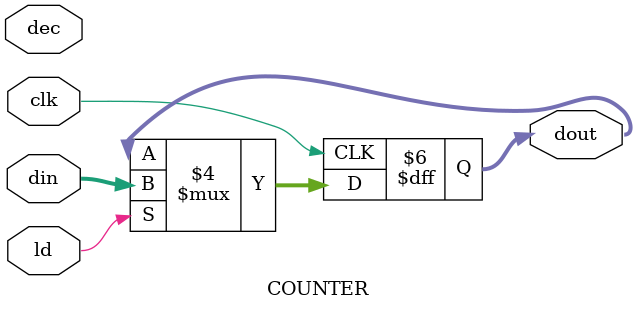
<source format=v>

module COUNTER(
input [15:0]din,
input ld,dec,clk,
output reg [15:0]dout);
always @(posedge clk)
if (ld) dout<=din;
else if (dec) dout<=dout;
endmodule



</source>
